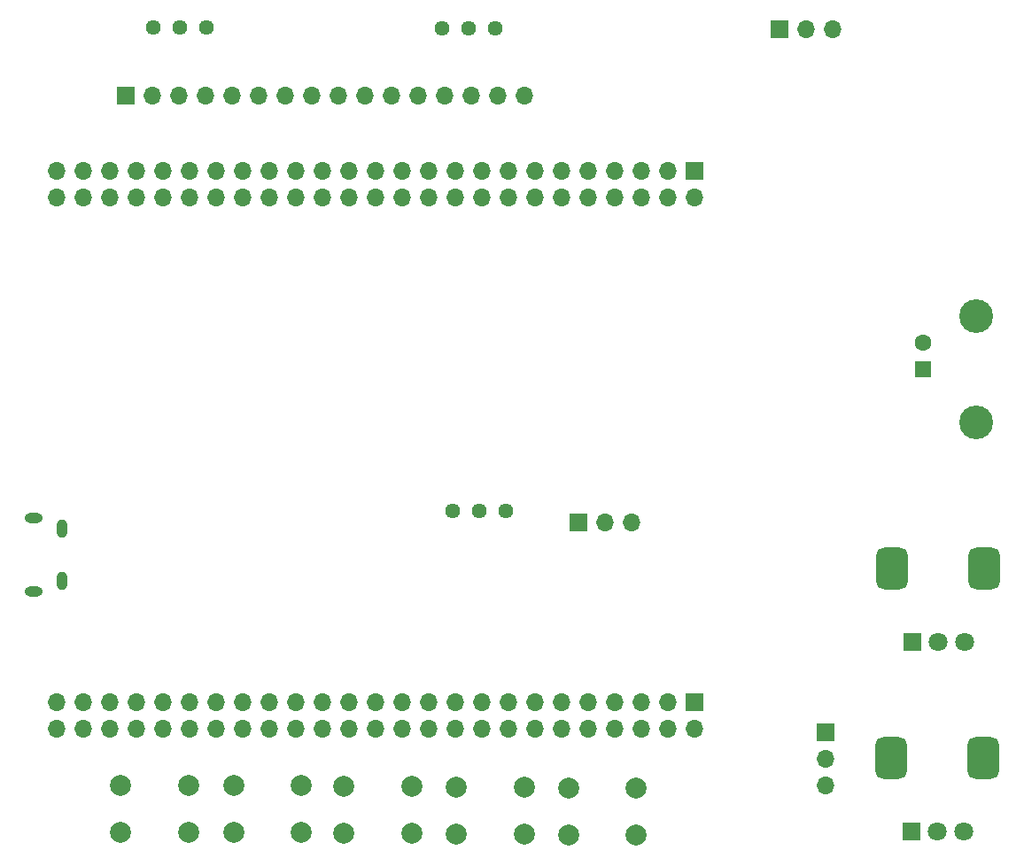
<source format=gbr>
%TF.GenerationSoftware,KiCad,Pcbnew,8.0.0*%
%TF.CreationDate,2024-05-30T16:12:21-06:00*%
%TF.ProjectId,2024_Discovery_DDS_Shield,32303234-5f44-4697-9363-6f766572795f,rev?*%
%TF.SameCoordinates,Original*%
%TF.FileFunction,Soldermask,Bot*%
%TF.FilePolarity,Negative*%
%FSLAX46Y46*%
G04 Gerber Fmt 4.6, Leading zero omitted, Abs format (unit mm)*
G04 Created by KiCad (PCBNEW 8.0.0) date 2024-05-30 16:12:21*
%MOMM*%
%LPD*%
G01*
G04 APERTURE LIST*
G04 Aperture macros list*
%AMRoundRect*
0 Rectangle with rounded corners*
0 $1 Rounding radius*
0 $2 $3 $4 $5 $6 $7 $8 $9 X,Y pos of 4 corners*
0 Add a 4 corners polygon primitive as box body*
4,1,4,$2,$3,$4,$5,$6,$7,$8,$9,$2,$3,0*
0 Add four circle primitives for the rounded corners*
1,1,$1+$1,$2,$3*
1,1,$1+$1,$4,$5*
1,1,$1+$1,$6,$7*
1,1,$1+$1,$8,$9*
0 Add four rect primitives between the rounded corners*
20,1,$1+$1,$2,$3,$4,$5,0*
20,1,$1+$1,$4,$5,$6,$7,0*
20,1,$1+$1,$6,$7,$8,$9,0*
20,1,$1+$1,$8,$9,$2,$3,0*%
G04 Aperture macros list end*
%ADD10O,1.004000X1.804000*%
%ADD11O,1.704000X0.954000*%
%ADD12C,2.000000*%
%ADD13RoundRect,0.102000X0.699000X0.699000X-0.699000X0.699000X-0.699000X-0.699000X0.699000X-0.699000X0*%
%ADD14C,1.602000*%
%ADD15C,3.219000*%
%ADD16R,1.800000X1.800000*%
%ADD17C,1.800000*%
%ADD18RoundRect,0.750000X0.750000X-1.250000X0.750000X1.250000X-0.750000X1.250000X-0.750000X-1.250000X0*%
%ADD19R,1.700000X1.700000*%
%ADD20O,1.700000X1.700000*%
%ADD21C,1.440000*%
G04 APERTURE END LIST*
D10*
%TO.C,J2*%
X87430800Y-85042400D03*
X87430800Y-90042400D03*
D11*
X84730800Y-84017400D03*
X84730800Y-91067400D03*
%TD*%
D12*
%TO.C,SW3*%
X120904000Y-114122200D03*
X114404000Y-114122200D03*
X120904000Y-109622200D03*
X114404000Y-109622200D03*
%TD*%
%TO.C,SW2*%
X110363000Y-114046000D03*
X103863000Y-114046000D03*
X110363000Y-109546000D03*
X103863000Y-109546000D03*
%TD*%
D13*
%TO.C,J9*%
X169799000Y-69748400D03*
D14*
X169799000Y-67208400D03*
D15*
X174879000Y-64668400D03*
X174879000Y-74828400D03*
%TD*%
D16*
%TO.C,RV7*%
X168746800Y-95813600D03*
D17*
X171246800Y-95813600D03*
X173746800Y-95813600D03*
D18*
X166846800Y-88813600D03*
X175646800Y-88813600D03*
%TD*%
%TO.C,RV8*%
X175545200Y-106949200D03*
X166745200Y-106949200D03*
D17*
X173645200Y-113949200D03*
X171145200Y-113949200D03*
D16*
X168645200Y-113949200D03*
%TD*%
D19*
%TO.C,J4*%
X160426400Y-104470200D03*
D20*
X160426400Y-107010200D03*
X160426400Y-109550200D03*
%TD*%
D12*
%TO.C,SW4*%
X131673600Y-114223800D03*
X125173600Y-114223800D03*
X131673600Y-109723800D03*
X125173600Y-109723800D03*
%TD*%
D19*
%TO.C,J1*%
X136819800Y-84389600D03*
D20*
X139359800Y-84389600D03*
X141899800Y-84389600D03*
%TD*%
D19*
%TO.C,J5*%
X93594902Y-43644400D03*
D20*
X96134902Y-43644400D03*
X98674902Y-43644400D03*
X101214902Y-43644400D03*
X103754902Y-43644400D03*
X106294902Y-43644400D03*
X108834902Y-43644400D03*
X111374902Y-43644400D03*
X113914902Y-43644400D03*
X116454902Y-43644400D03*
X118994902Y-43644400D03*
X121534902Y-43644400D03*
X124074902Y-43644400D03*
X126614902Y-43644400D03*
X129154902Y-43644400D03*
X131694902Y-43644400D03*
%TD*%
D19*
%TO.C,J6*%
X156083000Y-37236400D03*
D20*
X158623000Y-37236400D03*
X161163000Y-37236400D03*
%TD*%
D12*
%TO.C,SW6*%
X99593400Y-114046000D03*
X93093400Y-114046000D03*
X99593400Y-109546000D03*
X93093400Y-109546000D03*
%TD*%
D21*
%TO.C,RV2*%
X128905000Y-37160200D03*
X126365000Y-37160200D03*
X123825000Y-37160200D03*
%TD*%
%TO.C,RV1*%
X101244400Y-37134800D03*
X98704400Y-37134800D03*
X96164400Y-37134800D03*
%TD*%
D12*
%TO.C,SW5*%
X142367000Y-114300000D03*
X135867000Y-114300000D03*
X142367000Y-109800000D03*
X135867000Y-109800000D03*
%TD*%
D21*
%TO.C,RV6*%
X124780800Y-83296000D03*
X127320800Y-83296000D03*
X129860800Y-83296000D03*
%TD*%
D19*
%TO.C,J7*%
X147950600Y-50787200D03*
D20*
X147950600Y-53327200D03*
X145410600Y-50787200D03*
X145410600Y-53327200D03*
X142870600Y-50787200D03*
X142870600Y-53327200D03*
X140330600Y-50787200D03*
X140330600Y-53327200D03*
X137790600Y-50787200D03*
X137790600Y-53327200D03*
X135250600Y-50787200D03*
X135250600Y-53327200D03*
X132710600Y-50787200D03*
X132710600Y-53327200D03*
X130170600Y-50787200D03*
X130170600Y-53327200D03*
X127630600Y-50787200D03*
X127630600Y-53327200D03*
X125090600Y-50787200D03*
X125090600Y-53327200D03*
X122550600Y-50787200D03*
X122550600Y-53327200D03*
X120010600Y-50787200D03*
X120010600Y-53327200D03*
X117470600Y-50787200D03*
X117470600Y-53327200D03*
X114930600Y-50787200D03*
X114930600Y-53327200D03*
X112390600Y-50787200D03*
X112390600Y-53327200D03*
X109850600Y-50787200D03*
X109850600Y-53327200D03*
X107310600Y-50787200D03*
X107310600Y-53327200D03*
X104770600Y-50787200D03*
X104770600Y-53327200D03*
X102230600Y-50787200D03*
X102230600Y-53327200D03*
X99690600Y-50787200D03*
X99690600Y-53327200D03*
X97150600Y-50787200D03*
X97150600Y-53327200D03*
X94610600Y-50787200D03*
X94610600Y-53327200D03*
X92070600Y-50787200D03*
X92070600Y-53327200D03*
X89530600Y-50787200D03*
X89530600Y-53327200D03*
X86990600Y-50787200D03*
X86990600Y-53327200D03*
%TD*%
D19*
%TO.C,J8*%
X147925200Y-101587200D03*
D20*
X147925200Y-104127200D03*
X145385200Y-101587200D03*
X145385200Y-104127200D03*
X142845200Y-101587200D03*
X142845200Y-104127200D03*
X140305200Y-101587200D03*
X140305200Y-104127200D03*
X137765200Y-101587200D03*
X137765200Y-104127200D03*
X135225200Y-101587200D03*
X135225200Y-104127200D03*
X132685200Y-101587200D03*
X132685200Y-104127200D03*
X130145200Y-101587200D03*
X130145200Y-104127200D03*
X127605200Y-101587200D03*
X127605200Y-104127200D03*
X125065200Y-101587200D03*
X125065200Y-104127200D03*
X122525200Y-101587200D03*
X122525200Y-104127200D03*
X119985200Y-101587200D03*
X119985200Y-104127200D03*
X117445200Y-101587200D03*
X117445200Y-104127200D03*
X114905200Y-101587200D03*
X114905200Y-104127200D03*
X112365200Y-101587200D03*
X112365200Y-104127200D03*
X109825200Y-101587200D03*
X109825200Y-104127200D03*
X107285200Y-101587200D03*
X107285200Y-104127200D03*
X104745200Y-101587200D03*
X104745200Y-104127200D03*
X102205200Y-101587200D03*
X102205200Y-104127200D03*
X99665200Y-101587200D03*
X99665200Y-104127200D03*
X97125200Y-101587200D03*
X97125200Y-104127200D03*
X94585200Y-101587200D03*
X94585200Y-104127200D03*
X92045200Y-101587200D03*
X92045200Y-104127200D03*
X89505200Y-101587200D03*
X89505200Y-104127200D03*
X86965200Y-101587200D03*
X86965200Y-104127200D03*
%TD*%
M02*

</source>
